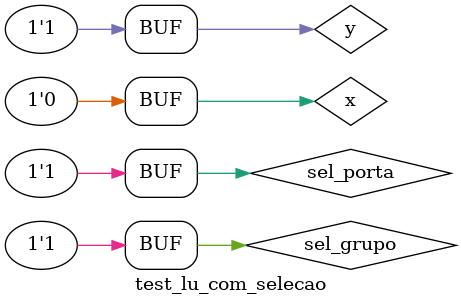
<source format=v>

module lu_com_selecao (
  output wire out,
  input wire a,
  input wire b,
  input wire sel_grupo,
  input wire sel_porta
);
  // Define fios locais
  wire and_result, nand_result, or_result, nor_result;
  wire resultado_grupo, resultado_final;

  // Porta AND
  and porta_AND (
    and_result,
    a,
    b
  );

  // Porta NAND
  nand porta_NAND (
    nand_result,
    a,
    b
  );

  // Porta OR
  or porta_OR (
    or_result,
    a,
    b
  );

  // Porta NOR
  nor porta_NOR (
    nor_result,
    a,
    b
  );

  // Seleciona o resultado do grupo
  assign resultado_grupo = (sel_grupo) ? nand_result | nor_result : and_result | or_result;

  // Seleciona o resultado final
  assign resultado_final = (sel_porta) ? resultado_grupo : and_result | or_result;

  // Saída
  assign out = resultado_final;

endmodule // lu_com_selecao

// -------------------------
// test_lu_com_selecao
// -------------------------
module test_lu_com_selecao;
  // Define dados
  reg x;
  reg y;
  reg sel_grupo;
  reg sel_porta;
  wire w;

  // Instancia o módulo LU
  lu_com_selecao lu_mod (
    w,
    x,
    y,
    sel_grupo,
    sel_porta
  );

  // Parte principal
  initial begin : main
    $display("Guia_0703 - Fábio Andrade - 808674");
    $display("Teste da Unidade Lógica com Seleção");
    $display(" x y sel_grupo sel_porta out");
    x = 1'b0; y = 1'b1; sel_grupo = 1'b0; sel_porta = 1'b0;

    // Projeta testes para o módulo
    #1 $monitor("%4b %4b %4b %4b %4b", x, y, sel_grupo, sel_porta, w);
    #1 sel_grupo = 1'b1;
    #1 sel_porta = 1'b1;
  end

endmodule // test_lu_com_selecao

</source>
